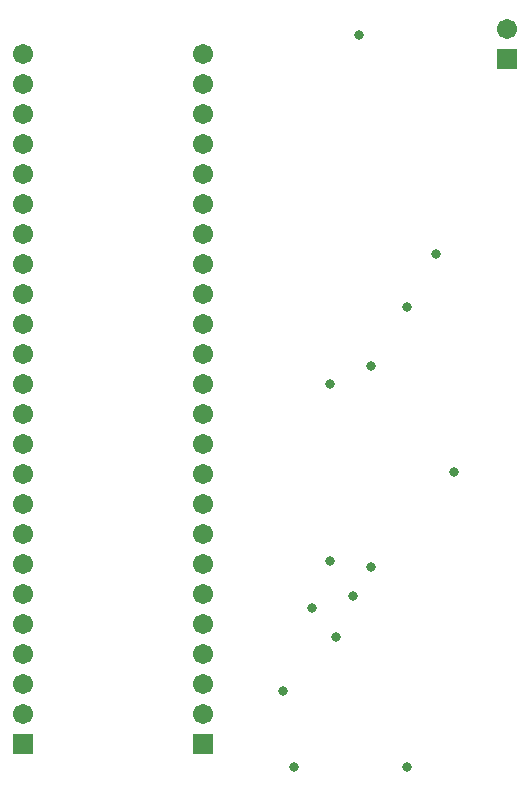
<source format=gbs>
G04*
G04 #@! TF.GenerationSoftware,Altium Limited,Altium Designer,20.0.12 (288)*
G04*
G04 Layer_Color=16711935*
%FSLAX44Y44*%
%MOMM*%
G71*
G01*
G75*
%ADD31R,1.7032X1.7032*%
%ADD32C,1.7032*%
%ADD33C,0.8032*%
D31*
X460000Y630000D02*
D03*
X202400Y50000D02*
D03*
X50000D02*
D03*
D32*
X460000Y655400D02*
D03*
X202400Y634200D02*
D03*
Y608800D02*
D03*
Y583400D02*
D03*
Y558000D02*
D03*
Y532600D02*
D03*
Y507200D02*
D03*
Y481800D02*
D03*
Y456400D02*
D03*
Y431000D02*
D03*
Y405600D02*
D03*
Y380200D02*
D03*
Y354800D02*
D03*
Y329400D02*
D03*
Y304000D02*
D03*
Y278600D02*
D03*
Y253200D02*
D03*
Y227800D02*
D03*
Y202400D02*
D03*
Y177000D02*
D03*
Y151600D02*
D03*
Y126200D02*
D03*
Y100800D02*
D03*
Y75400D02*
D03*
X50000Y634200D02*
D03*
Y608800D02*
D03*
Y583400D02*
D03*
Y558000D02*
D03*
Y532600D02*
D03*
Y507200D02*
D03*
Y481800D02*
D03*
Y456400D02*
D03*
Y431000D02*
D03*
Y405600D02*
D03*
Y380200D02*
D03*
Y354800D02*
D03*
Y329400D02*
D03*
Y304000D02*
D03*
Y278600D02*
D03*
Y253200D02*
D03*
Y227800D02*
D03*
Y202400D02*
D03*
Y177000D02*
D03*
Y151600D02*
D03*
Y126200D02*
D03*
Y100800D02*
D03*
Y75400D02*
D03*
D33*
X375000Y30000D02*
D03*
X345000Y370000D02*
D03*
X295000Y165000D02*
D03*
X330000Y175000D02*
D03*
X335000Y650000D02*
D03*
X280000Y30157D02*
D03*
X345000Y200000D02*
D03*
X310000Y355000D02*
D03*
Y205000D02*
D03*
X315000Y140000D02*
D03*
X415000Y280000D02*
D03*
X400000Y465000D02*
D03*
X375000Y420000D02*
D03*
X270000Y95000D02*
D03*
M02*

</source>
